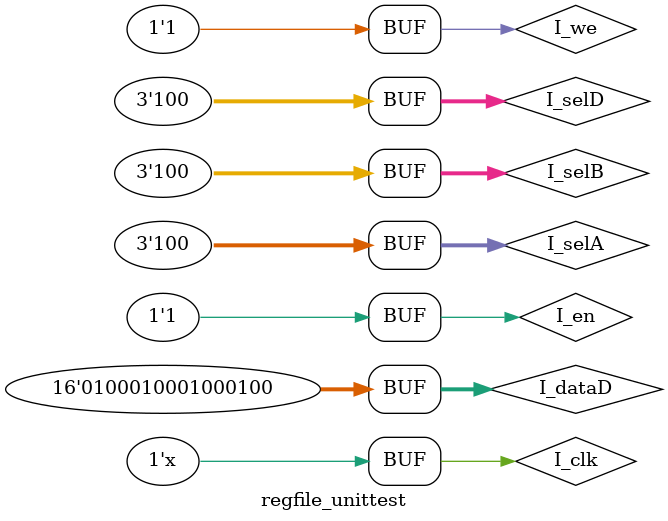
<source format=v>
module regfile_unittest;
    // Inputs
    reg I_clk;
    reg I_en;
    reg I_we;
    reg [2:0] I_selA;
    reg [2:0] I_selB;
    reg [2:0] I_selD;
    reg [15:0] I_dataD;
    
    // Outputs
    wire [15:0] o_dataA;
    wire [15:0] o_dataB;
    
    // Instantiate the Unit Under Test (UUT)
    reg_file uut (
        .I_clk(I_clk),
        .I_en(I_en),
        .I_we(I_we),
        .I_selA(I_selA),
        .I_selB(I_selB),
        .I_selD(I_selD),
        .I_dataD(I_dataD),
        .o_dataA(o_dataA),
        .o_dataB(o_dataB)
    );
    
    /* testing process for reference
     * 1) read r0 and r1, write 0xFFFF to r0
     * 2) ensure 0xFFFF appears on data out line, write 0x2222 to r2
     * 3) write 0x3333 to r2, testing multiple writes to the same location
     * 4) set up as if writing 0xFEED to r0 but don't enable the I_we
     * 5) write 0x4444 to r4, ensure 0xFEED was not written to r0
     * 6) after waiting multiple clock cycles, read r4 on both output A and B
     */
    initial begin
        // Initialize Inputs
        // Reset all inputs
        I_clk = 0;
        I_en = 0;
        I_we = 0;
        I_selA = 0;
        I_selB = 0;
        I_selD = 0;
        I_dataD = 0;
        
        // Start Test
        #7;
        I_en = 1'b1;
        I_selA = 3'b000;
        I_selB = 3'b001;
        I_selD = 3'b000;
        I_dataD = 16'hFFFF;
        I_we = 1'b1;
        
        #10;
        I_we = 1'b0;
        I_selD = 3'b010;
        I_dataD = 16'h2222;
        
        #10;
        I_we = 1;
        
        #10;
        I_dataD = 16'h3333;
        
        #10;
        I_we = 0;
        I_selD = 3'b000;
        I_dataD = 16'hFEED;
        
        #10;
        I_selD = 3'b100;
        I_dataD = 16'h4444;
        
        #10;
        I_we = 1;
        
        #50;
        I_selA = 3'b100;
        I_selB = 3'b100;
    end
    
    // Clock Generation
    always begin
        #5 I_clk = ~I_clk;
    end
endmodule

</source>
